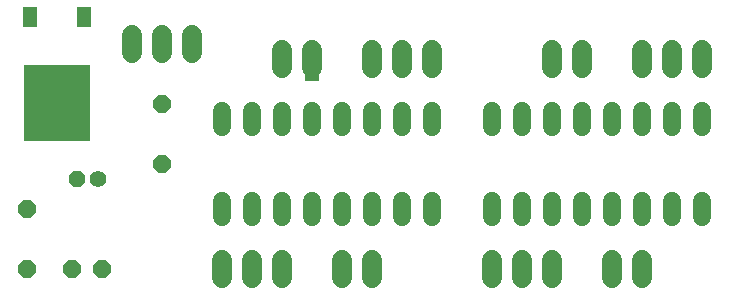
<source format=gts>
G75*
G70*
%OFA0B0*%
%FSLAX24Y24*%
%IPPOS*%
%LPD*%
%AMOC8*
5,1,8,0,0,1.08239X$1,22.5*
%
%ADD10C,0.0600*%
%ADD11C,0.0680*%
%ADD12R,0.2206X0.2521*%
%ADD13R,0.0474X0.0710*%
%ADD14OC8,0.0600*%
%ADD15OC8,0.0560*%
%ADD16C,0.0560*%
%ADD17R,0.0476X0.0476*%
D10*
X007815Y003343D02*
X007815Y003863D01*
X008815Y003863D02*
X008815Y003343D01*
X009815Y003343D02*
X009815Y003863D01*
X010815Y003863D02*
X010815Y003343D01*
X011815Y003343D02*
X011815Y003863D01*
X012815Y003863D02*
X012815Y003343D01*
X013815Y003343D02*
X013815Y003863D01*
X014815Y003863D02*
X014815Y003343D01*
X016815Y003343D02*
X016815Y003863D01*
X017815Y003863D02*
X017815Y003343D01*
X018815Y003343D02*
X018815Y003863D01*
X019815Y003863D02*
X019815Y003343D01*
X020815Y003343D02*
X020815Y003863D01*
X021815Y003863D02*
X021815Y003343D01*
X022815Y003343D02*
X022815Y003863D01*
X023815Y003863D02*
X023815Y003343D01*
X023815Y006343D02*
X023815Y006863D01*
X022815Y006863D02*
X022815Y006343D01*
X021815Y006343D02*
X021815Y006863D01*
X020815Y006863D02*
X020815Y006343D01*
X019815Y006343D02*
X019815Y006863D01*
X018815Y006863D02*
X018815Y006343D01*
X017815Y006343D02*
X017815Y006863D01*
X016815Y006863D02*
X016815Y006343D01*
X014815Y006343D02*
X014815Y006863D01*
X013815Y006863D02*
X013815Y006343D01*
X012815Y006343D02*
X012815Y006863D01*
X011815Y006863D02*
X011815Y006343D01*
X010815Y006343D02*
X010815Y006863D01*
X009815Y006863D02*
X009815Y006343D01*
X008815Y006343D02*
X008815Y006863D01*
X007815Y006863D02*
X007815Y006343D01*
D11*
X009815Y008303D02*
X009815Y008903D01*
X010815Y008903D02*
X010815Y008303D01*
X012815Y008303D02*
X012815Y008903D01*
X013815Y008903D02*
X013815Y008303D01*
X014815Y008303D02*
X014815Y008903D01*
X018815Y008903D02*
X018815Y008303D01*
X019815Y008303D02*
X019815Y008903D01*
X021815Y008903D02*
X021815Y008303D01*
X022815Y008303D02*
X022815Y008903D01*
X023815Y008903D02*
X023815Y008303D01*
X021815Y001903D02*
X021815Y001303D01*
X020815Y001303D02*
X020815Y001903D01*
X018815Y001903D02*
X018815Y001303D01*
X017815Y001303D02*
X017815Y001903D01*
X016815Y001903D02*
X016815Y001303D01*
X012815Y001303D02*
X012815Y001903D01*
X011815Y001903D02*
X011815Y001303D01*
X009815Y001303D02*
X009815Y001903D01*
X008815Y001903D02*
X008815Y001303D01*
X007815Y001303D02*
X007815Y001903D01*
X006815Y008803D02*
X006815Y009403D01*
X005815Y009403D02*
X005815Y008803D01*
X004815Y008803D02*
X004815Y009403D01*
D12*
X002315Y007119D03*
D13*
X003212Y009993D03*
X001417Y009993D03*
D14*
X001315Y001603D03*
X002815Y001603D03*
X003815Y001603D03*
X001315Y003603D03*
X005815Y005103D03*
X005815Y007103D03*
D15*
X002965Y004603D03*
D16*
X003665Y004603D03*
D17*
X010815Y008103D03*
M02*

</source>
